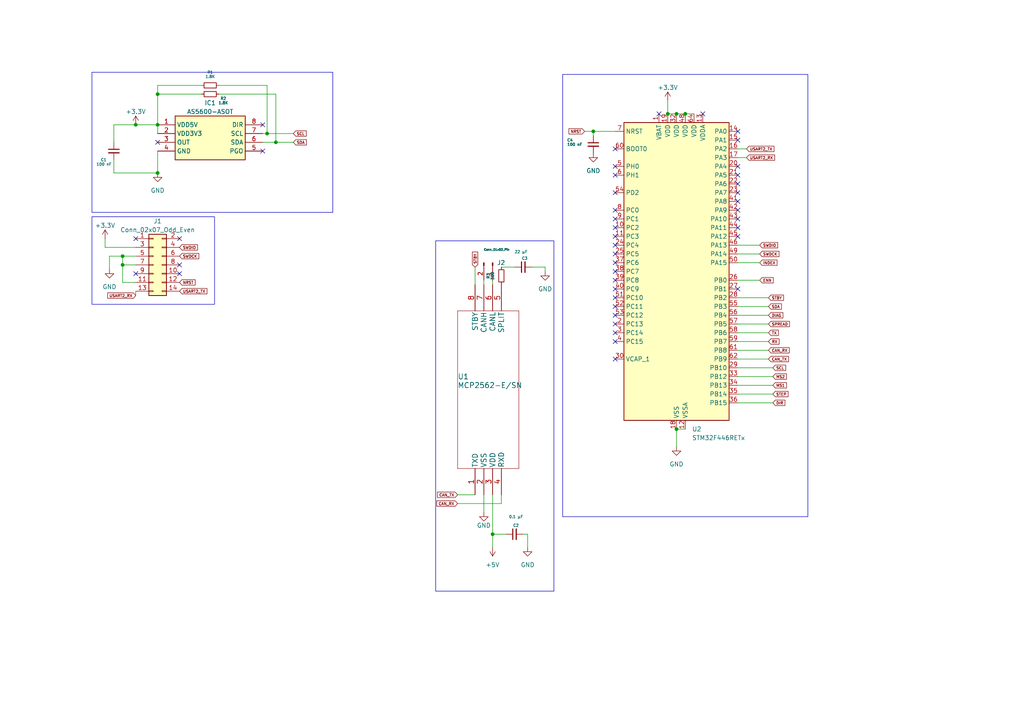
<source format=kicad_sch>
(kicad_sch (version 20230121) (generator eeschema)
  (paper "A4")
  (lib_symbols
    (symbol "AS5600:AS5600-ASOT"
      (property "Reference" "IC" (at 26.67 7.62 0))
      (property "Value" "AS5600-ASOT" (at 26.67 5.08 0))
      (symbol "AS5600-ASOT_1_1"
        (rectangle (start 5.08 2.54) (end 25.4 -10.16) (stroke (width 0.254)) (fill (type background)))
        (pin passive line (at 0 0 0) (length 5.08) (name "VDD5V") (number "1"))
        (pin passive line (at 0 -2.54 0) (length 5.08) (name "VDD3V3") (number "2"))
        (pin passive line (at 0 -5.08 0) (length 5.08) (name "OUT") (number "3"))
        (pin passive line (at 0 -7.62 0) (length 5.08) (name "GND") (number "4"))
        (pin passive line (at 30.48 -7.62 180) (length 5.08) (name "PGO") (number "5"))
        (pin passive line (at 30.48 -5.08 180) (length 5.08) (name "SDA") (number "6"))
        (pin passive line (at 30.48 -2.54 180) (length 5.08) (name "SCL") (number "7"))
        (pin passive line (at 30.48 0 180) (length 5.08) (name "DIR") (number "8"))
      )
    )
    (symbol "Connector:Conn_01x02_Pin" (pin_names (offset 1.016) hide)
      (property "Reference" "J" (at 0 2.54 0))
      (property "Value" "Conn_01x02_Pin" (at 0 -5.08 0))
      (symbol "Conn_01x02_Pin_1_1"
        (polyline (pts (xy 1.27 -2.54) (xy 0.8636 -2.54)) (stroke (width 0.1524)))
        (polyline (pts (xy 1.27 0) (xy 0.8636 0)) (stroke (width 0.1524)))
        (rectangle (start 0.8636 -2.413) (end 0 -2.667) (stroke (width 0.1524)) (fill (type outline)))
        (rectangle (start 0.8636 0.127) (end 0 -0.127) (stroke (width 0.1524)) (fill (type outline)))
        (pin passive line (at 5.08 0 180) (length 3.81) (name "Pin_1") (number "1"))
        (pin passive line (at 5.08 -2.54 180) (length 3.81) (name "Pin_2") (number "2"))
      )
    )
    (symbol "Connector_Generic:Conn_02x07_Odd_Even" (pin_names (offset 1.016) hide)
      (property "Reference" "J" (at 1.27 10.16 0))
      (property "Value" "Conn_02x07_Odd_Even" (at 1.27 -10.16 0))
      (symbol "Conn_02x07_Odd_Even_1_1"
        (rectangle (start -1.27 -7.493) (end 0 -7.747) (stroke (width 0.1524)))
        (rectangle (start -1.27 -4.953) (end 0 -5.207) (stroke (width 0.1524)))
        (rectangle (start -1.27 -2.413) (end 0 -2.667) (stroke (width 0.1524)))
        (rectangle (start -1.27 0.127) (end 0 -0.127) (stroke (width 0.1524)))
        (rectangle (start -1.27 2.667) (end 0 2.413) (stroke (width 0.1524)))
        (rectangle (start -1.27 5.207) (end 0 4.953) (stroke (width 0.1524)))
        (rectangle (start -1.27 7.747) (end 0 7.493) (stroke (width 0.1524)))
        (rectangle (start -1.27 8.89) (end 3.81 -8.89) (stroke (width 0.254)) (fill (type background)))
        (rectangle (start 3.81 -7.493) (end 2.54 -7.747) (stroke (width 0.1524)))
        (rectangle (start 3.81 -4.953) (end 2.54 -5.207) (stroke (width 0.1524)))
        (rectangle (start 3.81 -2.413) (end 2.54 -2.667) (stroke (width 0.1524)))
        (rectangle (start 3.81 0.127) (end 2.54 -0.127) (stroke (width 0.1524)))
        (rectangle (start 3.81 2.667) (end 2.54 2.413) (stroke (width 0.1524)))
        (rectangle (start 3.81 5.207) (end 2.54 4.953) (stroke (width 0.1524)))
        (rectangle (start 3.81 7.747) (end 2.54 7.493) (stroke (width 0.1524)))
        (pin passive line (at -5.08 7.62 0) (length 3.81) (name "Pin_1") (number "1"))
        (pin passive line (at 7.62 -2.54 180) (length 3.81) (name "Pin_10") (number "10"))
        (pin passive line (at -5.08 -5.08 0) (length 3.81) (name "Pin_11") (number "11"))
        (pin passive line (at 7.62 -5.08 180) (length 3.81) (name "Pin_12") (number "12"))
        (pin passive line (at -5.08 -7.62 0) (length 3.81) (name "Pin_13") (number "13"))
        (pin passive line (at 7.62 -7.62 180) (length 3.81) (name "Pin_14") (number "14"))
        (pin passive line (at 7.62 7.62 180) (length 3.81) (name "Pin_2") (number "2"))
        (pin passive line (at -5.08 5.08 0) (length 3.81) (name "Pin_3") (number "3"))
        (pin passive line (at 7.62 5.08 180) (length 3.81) (name "Pin_4") (number "4"))
        (pin passive line (at -5.08 2.54 0) (length 3.81) (name "Pin_5") (number "5"))
        (pin passive line (at 7.62 2.54 180) (length 3.81) (name "Pin_6") (number "6"))
        (pin passive line (at -5.08 0 0) (length 3.81) (name "Pin_7") (number "7"))
        (pin passive line (at 7.62 0 180) (length 3.81) (name "Pin_8") (number "8"))
        (pin passive line (at -5.08 -2.54 0) (length 3.81) (name "Pin_9") (number "9"))
      )
    )
    (symbol "Device:C_Small" (pin_numbers hide) (pin_names (offset 0.254) hide)
      (property "Reference" "C" (at 0.254 1.778 0))
      (property "Value" "C_Small" (at 0.254 -2.032 0))
      (symbol "C_Small_0_1"
        (polyline (pts (xy -1.524 -0.508) (xy 1.524 -0.508)) (stroke (width 0.3302)))
        (polyline (pts (xy -1.524 0.508) (xy 1.524 0.508)) (stroke (width 0.3048)))
      )
      (symbol "C_Small_1_1"
        (pin passive line (at 0 2.54 270) (length 2.032) (name "~") (number "1"))
        (pin passive line (at 0 -2.54 90) (length 2.032) (name "~") (number "2"))
      )
    )
    (symbol "Device:R_Small" (pin_numbers hide) (pin_names (offset 0.254) hide)
      (property "Reference" "R" (at 0.762 0.508 0))
      (property "Value" "R_Small" (at 0.762 -1.016 0))
      (symbol "R_Small_0_1"
        (rectangle (start -0.762 1.778) (end 0.762 -1.778) (stroke (width 0.2032)))
      )
      (symbol "R_Small_1_1"
        (pin passive line (at 0 2.54 270) (length 0.762) (name "~") (number "1"))
        (pin passive line (at 0 -2.54 90) (length 0.762) (name "~") (number "2"))
      )
    )
    (symbol "MCP2562-E/SN:MCP2562-E/SN" (pin_names (offset 0.254))
      (property "Reference" "U3" (at 34.29 5.08 90))
      (property "Value" "MCP2562-E/SN" (at 31.75 5.08 90))
      (symbol "MCP2562-E/SN_1_1"
        (polyline (pts (xy 7.62 -12.7) (xy 53.34 -12.7)) (stroke (width 0.127)))
        (polyline (pts (xy 7.62 5.08) (xy 7.62 -12.7)) (stroke (width 0.127)))
        (polyline (pts (xy 53.34 -12.7) (xy 53.34 5.08)) (stroke (width 0.127)))
        (polyline (pts (xy 53.34 5.08) (xy 7.62 5.08)) (stroke (width 0.127)))
        (pin input line (at 0 0 0) (length 7.62) (name "TXD") (number "1"))
        (pin power_in line (at 0 -2.54 0) (length 7.62) (name "VSS") (number "2"))
        (pin power_in line (at 0 -5.08 0) (length 7.62) (name "VDD") (number "3"))
        (pin output line (at 0 -7.62 0) (length 7.62) (name "RXD") (number "4"))
        (pin unspecified line (at 60.96 -7.62 180) (length 7.62) (name "SPLIT") (number "5"))
        (pin bidirectional line (at 60.96 -5.08 180) (length 7.62) (name "CANL") (number "6"))
        (pin bidirectional line (at 60.96 -2.54 180) (length 7.62) (name "CANH") (number "7"))
        (pin input line (at 60.96 0 180) (length 7.62) (name "STBY") (number "8"))
      )
    )
    (symbol "MCU_ST_STM32F4:STM32F446RETx"
      (property "Reference" "U" (at -15.24 44.45 0))
      (property "Value" "STM32F446RETx" (at 10.16 44.45 0))
      (symbol "STM32F446RETx_0_1"
        (rectangle (start -15.24 -43.18) (end 15.24 43.18) (stroke (width 0.254)) (fill (type background)))
      )
      (symbol "STM32F446RETx_1_1"
        (pin power_in line (at -5.08 45.72 270) (length 2.54) (name "VBAT") (number "1"))
        (pin bidirectional line (at -17.78 12.7 0) (length 2.54) (name "PC2") (number "10"))
        (pin bidirectional line (at -17.78 10.16 0) (length 2.54) (name "PC3") (number "11"))
        (pin power_in line (at 2.54 -45.72 90) (length 2.54) (name "VSSA") (number "12"))
        (pin power_in line (at 7.62 45.72 270) (length 2.54) (name "VDDA") (number "13"))
        (pin bidirectional line (at 17.78 40.64 180) (length 2.54) (name "PA0") (number "14"))
        (pin bidirectional line (at 17.78 38.1 180) (length 2.54) (name "PA1") (number "15"))
        (pin bidirectional line (at 17.78 35.56 180) (length 2.54) (name "PA2") (number "16"))
        (pin bidirectional line (at 17.78 33.02 180) (length 2.54) (name "PA3") (number "17"))
        (pin power_in line (at 0 -45.72 90) (length 2.54) (name "VSS") (number "18"))
        (pin power_in line (at -2.54 45.72 270) (length 2.54) (name "VDD") (number "19"))
        (pin bidirectional line (at -17.78 -15.24 0) (length 2.54) (name "PC13") (number "2"))
        (pin bidirectional line (at 17.78 30.48 180) (length 2.54) (name "PA4") (number "20"))
        (pin bidirectional line (at 17.78 27.94 180) (length 2.54) (name "PA5") (number "21"))
        (pin bidirectional line (at 17.78 25.4 180) (length 2.54) (name "PA6") (number "22"))
        (pin bidirectional line (at 17.78 22.86 180) (length 2.54) (name "PA7") (number "23"))
        (pin bidirectional line (at -17.78 7.62 0) (length 2.54) (name "PC4") (number "24"))
        (pin bidirectional line (at -17.78 5.08 0) (length 2.54) (name "PC5") (number "25"))
        (pin bidirectional line (at 17.78 -2.54 180) (length 2.54) (name "PB0") (number "26"))
        (pin bidirectional line (at 17.78 -5.08 180) (length 2.54) (name "PB1") (number "27"))
        (pin bidirectional line (at 17.78 -7.62 180) (length 2.54) (name "PB2") (number "28"))
        (pin bidirectional line (at 17.78 -27.94 180) (length 2.54) (name "PB10") (number "29"))
        (pin bidirectional line (at -17.78 -17.78 0) (length 2.54) (name "PC14") (number "3"))
        (pin power_out line (at -17.78 -25.4 0) (length 2.54) (name "VCAP_1") (number "30"))
        (pin passive line (at 0 -45.72 90) (length 2.54) hide (name "VSS") (number "31"))
        (pin power_in line (at 0 45.72 270) (length 2.54) (name "VDD") (number "32"))
        (pin bidirectional line (at 17.78 -30.48 180) (length 2.54) (name "PB12") (number "33"))
        (pin bidirectional line (at 17.78 -33.02 180) (length 2.54) (name "PB13") (number "34"))
        (pin bidirectional line (at 17.78 -35.56 180) (length 2.54) (name "PB14") (number "35"))
        (pin bidirectional line (at 17.78 -38.1 180) (length 2.54) (name "PB15") (number "36"))
        (pin bidirectional line (at -17.78 2.54 0) (length 2.54) (name "PC6") (number "37"))
        (pin bidirectional line (at -17.78 0 0) (length 2.54) (name "PC7") (number "38"))
        (pin bidirectional line (at -17.78 -2.54 0) (length 2.54) (name "PC8") (number "39"))
        (pin bidirectional line (at -17.78 -20.32 0) (length 2.54) (name "PC15") (number "4"))
        (pin bidirectional line (at -17.78 -5.08 0) (length 2.54) (name "PC9") (number "40"))
        (pin bidirectional line (at 17.78 20.32 180) (length 2.54) (name "PA8") (number "41"))
        (pin bidirectional line (at 17.78 17.78 180) (length 2.54) (name "PA9") (number "42"))
        (pin bidirectional line (at 17.78 15.24 180) (length 2.54) (name "PA10") (number "43"))
        (pin bidirectional line (at 17.78 12.7 180) (length 2.54) (name "PA11") (number "44"))
        (pin bidirectional line (at 17.78 10.16 180) (length 2.54) (name "PA12") (number "45"))
        (pin bidirectional line (at 17.78 7.62 180) (length 2.54) (name "PA13") (number "46"))
        (pin passive line (at 0 -45.72 90) (length 2.54) hide (name "VSS") (number "47"))
        (pin power_in line (at 2.54 45.72 270) (length 2.54) (name "VDD") (number "48"))
        (pin bidirectional line (at 17.78 5.08 180) (length 2.54) (name "PA14") (number "49"))
        (pin bidirectional line (at -17.78 30.48 0) (length 2.54) (name "PH0") (number "5"))
        (pin bidirectional line (at 17.78 2.54 180) (length 2.54) (name "PA15") (number "50"))
        (pin bidirectional line (at -17.78 -7.62 0) (length 2.54) (name "PC10") (number "51"))
        (pin bidirectional line (at -17.78 -10.16 0) (length 2.54) (name "PC11") (number "52"))
        (pin bidirectional line (at -17.78 -12.7 0) (length 2.54) (name "PC12") (number "53"))
        (pin bidirectional line (at -17.78 22.86 0) (length 2.54) (name "PD2") (number "54"))
        (pin bidirectional line (at 17.78 -10.16 180) (length 2.54) (name "PB3") (number "55"))
        (pin bidirectional line (at 17.78 -12.7 180) (length 2.54) (name "PB4") (number "56"))
        (pin bidirectional line (at 17.78 -15.24 180) (length 2.54) (name "PB5") (number "57"))
        (pin bidirectional line (at 17.78 -17.78 180) (length 2.54) (name "PB6") (number "58"))
        (pin bidirectional line (at 17.78 -20.32 180) (length 2.54) (name "PB7") (number "59"))
        (pin bidirectional line (at -17.78 27.94 0) (length 2.54) (name "PH1") (number "6"))
        (pin input line (at -17.78 35.56 0) (length 2.54) (name "BOOT0") (number "60"))
        (pin bidirectional line (at 17.78 -22.86 180) (length 2.54) (name "PB8") (number "61"))
        (pin bidirectional line (at 17.78 -25.4 180) (length 2.54) (name "PB9") (number "62"))
        (pin passive line (at 0 -45.72 90) (length 2.54) hide (name "VSS") (number "63"))
        (pin power_in line (at 5.08 45.72 270) (length 2.54) (name "VDD") (number "64"))
        (pin input line (at -17.78 40.64 0) (length 2.54) (name "NRST") (number "7"))
        (pin bidirectional line (at -17.78 17.78 0) (length 2.54) (name "PC0") (number "8"))
        (pin bidirectional line (at -17.78 15.24 0) (length 2.54) (name "PC1") (number "9"))
      )
    )
    (symbol "power:+3.3V" (power) (pin_names (offset 0))
      (property "Value" "+3.3V" (at 0 3.556 0))
      (symbol "+3.3V_0_1"
        (polyline (pts (xy -0.762 1.27) (xy 0 2.54)))
        (polyline (pts (xy 0 0) (xy 0 2.54)))
        (polyline (pts (xy 0 2.54) (xy 0.762 1.27)))
      )
      (symbol "+3.3V_1_1"
        (pin power_in line (at 0 0 90) (length 0) hide (name "+3.3V") (number "1"))
      )
    )
    (symbol "power:+5V" (power) (pin_names (offset 0))
      (property "Value" "+5V" (at 0 3.556 0))
      (symbol "+5V_0_1"
        (polyline (pts (xy -0.762 1.27) (xy 0 2.54)))
        (polyline (pts (xy 0 0) (xy 0 2.54)))
        (polyline (pts (xy 0 2.54) (xy 0.762 1.27)))
      )
      (symbol "+5V_1_1"
        (pin power_in line (at 0 0 90) (length 0) hide (name "+5V") (number "1"))
      )
    )
    (symbol "power:GND" (power) (pin_names (offset 0))
      (property "Value" "GND" (at 0 -3.81 0))
      (symbol "GND_0_1"
        (polyline (pts (xy 0 0) (xy 0 -1.27) (xy 1.27 -1.27) (xy 0 -2.54) (xy -1.27 -1.27) (xy 0 -1.27)))
      )
      (symbol "GND_1_1"
        (pin power_in line (at 0 0 270) (length 0) hide (name "GND") (number "1"))
      )
    )
  )
  (junction (at 35.56 76.835))
  (junction (at 45.72 27.305))
  (junction (at 142.875 154.94))
  (junction (at 45.72 36.195))
  (junction (at 80.01 41.275))
  (junction (at 77.47 38.735))
  (junction (at 196.215 124.46))
  (junction (at 196.215 33.02))
  (junction (at 35.56 74.295))
  (junction (at 172.085 38.1))
  (junction (at 45.72 50.165))
  (junction (at 198.755 33.02))
  (junction (at 193.675 33.02))
  (junction (at 39.37 36.195))
  (no_connect (at 213.995 55.88))
  (no_connect (at 45.72 41.275))
  (no_connect (at 178.435 63.5))
  (no_connect (at 76.2 43.815))
  (no_connect (at 178.435 73.66))
  (no_connect (at 213.995 63.5))
  (no_connect (at 39.37 69.215))
  (no_connect (at 39.37 79.375))
  (no_connect (at 52.07 79.375))
  (no_connect (at 178.435 99.06))
  (no_connect (at 178.435 83.82))
  (no_connect (at 213.995 48.26))
  (no_connect (at 178.435 66.04))
  (no_connect (at 52.07 76.835))
  (no_connect (at 213.995 60.96))
  (no_connect (at 203.835 33.02))
  (no_connect (at 178.435 93.98))
  (no_connect (at 178.435 48.26))
  (no_connect (at 178.435 86.36))
  (no_connect (at 76.2 36.195))
  (no_connect (at 178.435 71.12))
  (no_connect (at 213.995 83.82))
  (no_connect (at 178.435 55.88))
  (no_connect (at 178.435 91.44))
  (no_connect (at 213.995 58.42))
  (no_connect (at 178.435 68.58))
  (no_connect (at 178.435 50.8))
  (no_connect (at 52.07 69.215))
  (no_connect (at 178.435 88.9))
  (no_connect (at 178.435 96.52))
  (no_connect (at 191.135 33.02))
  (no_connect (at 178.435 43.18))
  (no_connect (at 178.435 104.14))
  (no_connect (at 213.995 66.04))
  (no_connect (at 213.995 40.64))
  (no_connect (at 178.435 78.74))
  (no_connect (at 213.995 68.58))
  (no_connect (at 178.435 81.28))
  (no_connect (at 213.995 53.34))
  (no_connect (at 178.435 76.2))
  (no_connect (at 178.435 60.96))
  (no_connect (at 213.995 38.1))
  (no_connect (at 213.995 50.8))
  (wire (pts (xy 213.995 88.9) (xy 222.885 88.9)))
  (wire (pts (xy 153.035 154.94) (xy 153.035 158.75)))
  (wire (pts (xy 142.875 154.94) (xy 146.685 154.94)))
  (wire (pts (xy 77.47 24.765) (xy 77.47 38.735)))
  (wire (pts (xy 142.875 154.94) (xy 142.875 158.75)))
  (wire (pts (xy 45.72 24.765) (xy 58.42 24.765)))
  (wire (pts (xy 196.215 124.46) (xy 198.755 124.46)))
  (wire (pts (xy 213.995 71.12) (xy 220.345 71.12)))
  (wire (pts (xy 145.415 146.05) (xy 145.415 143.51)))
  (wire (pts (xy 45.72 36.195) (xy 39.37 36.195)))
  (wire (pts (xy 35.56 81.915) (xy 39.37 81.915)))
  (wire (pts (xy 193.675 29.21) (xy 193.675 33.02)))
  (wire (pts (xy 172.085 38.1) (xy 178.435 38.1)))
  (wire (pts (xy 193.675 33.02) (xy 196.215 33.02)))
  (wire (pts (xy 213.995 93.98) (xy 222.885 93.98)))
  (wire (pts (xy 39.37 71.755) (xy 30.48 71.755)))
  (wire (pts (xy 45.72 27.305) (xy 58.42 27.305)))
  (wire (pts (xy 213.995 101.6) (xy 222.885 101.6)))
  (wire (pts (xy 137.795 77.47) (xy 137.795 82.55)))
  (wire (pts (xy 33.02 36.195) (xy 33.02 41.275)))
  (wire (pts (xy 213.995 45.72) (xy 216.535 45.72)))
  (wire (pts (xy 39.37 74.295) (xy 35.56 74.295)))
  (wire (pts (xy 77.47 38.735) (xy 85.09 38.735)))
  (wire (pts (xy 140.335 148.59) (xy 140.335 143.51)))
  (wire (pts (xy 142.875 81.28) (xy 142.875 82.55)))
  (wire (pts (xy 213.995 116.84) (xy 224.155 116.84)))
  (wire (pts (xy 198.755 33.02) (xy 201.295 33.02)))
  (wire (pts (xy 132.715 146.05) (xy 145.415 146.05)))
  (wire (pts (xy 33.02 50.165) (xy 45.72 50.165)))
  (wire (pts (xy 35.56 74.295) (xy 35.56 76.835)))
  (wire (pts (xy 140.335 81.28) (xy 140.335 82.55)))
  (wire (pts (xy 196.215 124.46) (xy 196.215 129.54)))
  (wire (pts (xy 224.155 111.76) (xy 213.995 111.76)))
  (wire (pts (xy 172.085 38.1) (xy 172.085 39.37)))
  (wire (pts (xy 76.2 41.275) (xy 80.01 41.275)))
  (wire (pts (xy 63.5 27.305) (xy 80.01 27.305)))
  (wire (pts (xy 142.875 143.51) (xy 142.875 154.94)))
  (wire (pts (xy 220.345 81.28) (xy 213.995 81.28)))
  (wire (pts (xy 213.995 73.66) (xy 220.345 73.66)))
  (wire (pts (xy 45.72 27.305) (xy 45.72 24.765)))
  (wire (pts (xy 154.305 77.47) (xy 158.115 77.47)))
  (wire (pts (xy 80.01 41.275) (xy 80.01 27.305)))
  (wire (pts (xy 132.715 143.51) (xy 137.795 143.51)))
  (wire (pts (xy 224.155 109.22) (xy 213.995 109.22)))
  (wire (pts (xy 31.75 74.295) (xy 31.75 78.105)))
  (wire (pts (xy 213.995 76.2) (xy 220.345 76.2)))
  (wire (pts (xy 213.995 86.36) (xy 222.885 86.36)))
  (wire (pts (xy 63.5 24.765) (xy 77.47 24.765)))
  (wire (pts (xy 35.56 74.295) (xy 31.75 74.295)))
  (wire (pts (xy 33.02 46.355) (xy 33.02 50.165)))
  (wire (pts (xy 35.56 76.835) (xy 39.37 76.835)))
  (wire (pts (xy 76.2 38.735) (xy 77.47 38.735)))
  (wire (pts (xy 39.37 36.195) (xy 33.02 36.195)))
  (wire (pts (xy 213.995 91.44) (xy 222.885 91.44)))
  (wire (pts (xy 45.72 36.195) (xy 45.72 27.305)))
  (wire (pts (xy 145.415 77.47) (xy 149.225 77.47)))
  (wire (pts (xy 45.72 36.195) (xy 45.72 38.735)))
  (wire (pts (xy 45.72 43.815) (xy 45.72 50.165)))
  (wire (pts (xy 158.115 77.47) (xy 158.115 78.74)))
  (wire (pts (xy 80.01 41.275) (xy 85.09 41.275)))
  (wire (pts (xy 196.215 33.02) (xy 198.755 33.02)))
  (wire (pts (xy 30.48 71.755) (xy 30.48 69.215)))
  (wire (pts (xy 35.56 76.835) (xy 35.56 81.915)))
  (wire (pts (xy 213.995 96.52) (xy 222.885 96.52)))
  (wire (pts (xy 39.37 85.725) (xy 39.37 84.455)))
  (wire (pts (xy 213.995 43.18) (xy 216.535 43.18)))
  (wire (pts (xy 213.995 104.14) (xy 222.885 104.14)))
  (wire (pts (xy 169.545 38.1) (xy 172.085 38.1)))
  (wire (pts (xy 213.995 106.68) (xy 224.155 106.68)))
  (wire (pts (xy 213.995 114.3) (xy 224.155 114.3)))
  (wire (pts (xy 213.995 99.06) (xy 222.885 99.06)))
  (wire (pts (xy 151.765 154.94) (xy 153.035 154.94)))
  (rectangle (start 26.67 62.865) (end 62.23 88.265))
  (rectangle (start 26.67 20.955) (end 96.52 61.595))
  (rectangle (start 126.365 69.85) (end 160.655 171.45))
  (rectangle (start 163.195 21.59) (end 234.315 149.86))
  (global_label "CAN_TX" (shape input) (at 222.885 104.14 0) (effects (font (size 0.8 0.8))) (property "Intersheetrefs" "${INTERSHEET_REFS}" (effects hide)))
  (global_label "RX" (shape input) (at 222.885 99.06 0) (effects (font (size 0.8 0.8))) (property "Intersheetrefs" "${INTERSHEET_REFS}" (effects hide)))
  (global_label "SPREAD" (shape input) (at 222.885 93.98 0) (effects (font (size 0.8 0.8))) (property "Intersheetrefs" "${INTERSHEET_REFS}" (effects hide)))
  (global_label "USART2_RX" (shape input) (at 216.535 45.72 0) (effects (font (size 0.8 0.8))) (property "Intersheetrefs" "${INTERSHEET_REFS}" (effects hide)))
  (global_label "STEP" (shape input) (at 224.155 114.3 0) (effects (font (size 0.8 0.8))) (property "Intersheetrefs" "${INTERSHEET_REFS}" (effects hide)))
  (global_label "MS2" (shape input) (at 224.155 109.22 0) (effects (font (size 0.8 0.8))) (property "Intersheetrefs" "${INTERSHEET_REFS}" (effects hide)))
  (global_label "USART2_RX" (shape input) (at 39.37 85.725 180) (effects (font (size 0.8 0.8))) (property "Intersheetrefs" "${INTERSHEET_REFS}" (effects hide)))
  (global_label "CAN_RX" (shape input) (at 222.885 101.6 0) (effects (font (size 0.8 0.8))) (property "Intersheetrefs" "${INTERSHEET_REFS}" (effects hide)))
  (global_label "DIR" (shape input) (at 224.155 116.84 0) (effects (font (size 0.8 0.8))) (property "Intersheetrefs" "${INTERSHEET_REFS}" (effects hide)))
  (global_label "SWDCK" (shape input) (at 52.07 74.295 0) (effects (font (size 0.8 0.8))) (property "Intersheetrefs" "${INTERSHEET_REFS}" (effects hide)))
  (global_label "CAN_RX" (shape input) (at 132.715 146.05 180) (effects (font (size 0.8 0.8))) (property "Intersheetrefs" "${INTERSHEET_REFS}" (effects hide)))
  (global_label "CAN_TX" (shape input) (at 132.715 143.51 180) (effects (font (size 0.8 0.8))) (property "Intersheetrefs" "${INTERSHEET_REFS}" (effects hide)))
  (global_label "SWDCK" (shape input) (at 220.345 73.66 0) (effects (font (size 0.8 0.8))) (property "Intersheetrefs" "${INTERSHEET_REFS}" (effects hide)))
  (global_label "SWDIO" (shape input) (at 52.07 71.755 0) (effects (font (size 0.8 0.8))) (property "Intersheetrefs" "${INTERSHEET_REFS}" (effects hide)))
  (global_label "NRST" (shape input) (at 52.07 81.915 0) (effects (font (size 0.8 0.8))) (property "Intersheetrefs" "${INTERSHEET_REFS}" (effects hide)))
  (global_label "MS1" (shape input) (at 224.155 111.76 0) (effects (font (size 0.8 0.8))) (property "Intersheetrefs" "${INTERSHEET_REFS}" (effects hide)))
  (global_label "STBY" (shape input) (at 222.885 86.36 0) (effects (font (size 0.8 0.8))) (property "Intersheetrefs" "${INTERSHEET_REFS}" (effects hide)))
  (global_label "TX" (shape input) (at 222.885 96.52 0) (effects (font (size 0.8 0.8))) (property "Intersheetrefs" "${INTERSHEET_REFS}" (effects hide)))
  (global_label "SCL" (shape input) (at 224.155 106.68 0) (effects (font (size 0.8 0.8))) (property "Intersheetrefs" "${INTERSHEET_REFS}" (effects hide)))
  (global_label "STBY" (shape input) (at 137.795 77.47 90) (effects (font (size 0.8 0.8))) (property "Intersheetrefs" "${INTERSHEET_REFS}" (effects hide)))
  (global_label "NRST" (shape input) (at 169.545 38.1 180) (effects (font (size 0.8 0.8))) (property "Intersheetrefs" "${INTERSHEET_REFS}" (effects hide)))
  (global_label "USART2_TX" (shape input) (at 216.535 43.18 0) (effects (font (size 0.8 0.8))) (property "Intersheetrefs" "${INTERSHEET_REFS}" (effects hide)))
  (global_label "USART2_TX" (shape input) (at 52.07 84.455 0) (effects (font (size 0.8 0.8))) (property "Intersheetrefs" "${INTERSHEET_REFS}" (effects hide)))
  (global_label "SDA" (shape input) (at 222.885 88.9 0) (effects (font (size 0.8 0.8))) (property "Intersheetrefs" "${INTERSHEET_REFS}" (effects hide)))
  (global_label "DIAG" (shape input) (at 222.885 91.44 0) (effects (font (size 0.8 0.8))) (property "Intersheetrefs" "${INTERSHEET_REFS}" (effects hide)))
  (global_label "SWDIO" (shape input) (at 220.345 71.12 0) (effects (font (size 0.8 0.8))) (property "Intersheetrefs" "${INTERSHEET_REFS}" (effects hide)))
  (global_label "ENN" (shape input) (at 220.345 81.28 0) (effects (font (size 0.8 0.8))) (property "Intersheetrefs" "${INTERSHEET_REFS}" (effects hide)))
  (global_label "INDEX" (shape input) (at 220.345 76.2 0) (effects (font (size 0.8 0.8))) (property "Intersheetrefs" "${INTERSHEET_REFS}" (effects hide)))
  (global_label "SCL" (shape input) (at 85.09 38.735 0) (effects (font (size 0.8 0.8))) (property "Intersheetrefs" "${INTERSHEET_REFS}" (effects hide)))
  (global_label "SDA" (shape input) (at 85.09 41.275 0) (effects (font (size 0.8 0.8))) (property "Intersheetrefs" "${INTERSHEET_REFS}" (effects hide)))
  (symbol (lib_id "power:+3.3V") (at 30.48 69.215 0) (unit 1)
    (property "Reference" "#PWR01" (effects hide))
    (property "Value" "+3.3V" (at 30.48 65.405 0))
  )
  (symbol (lib_id "AS5600:AS5600-ASOT") (at 45.72 36.195 0) (unit 1)
    (property "Reference" "IC1" (at 60.96 29.845 0))
    (property "Value" "AS5600-ASOT" (at 60.96 32.385 0))
    (property "Footprint" "AS5600:SOIC127P600X175-8N" (effects hide))
    (property "Datasheet" "https://datasheet.datasheetarchive.com/originals/distributors/DKDS-11/214624.pdf" (effects hide))
    (property "Height" "1.75" (effects hide))
    (property "Mouser Part Number" "985-AS5600-ASOT" (effects hide))
    (property "Mouser Price/Stock" "https://www.mouser.co.uk/ProductDetail/ams/AS5600-ASOT?qs=KTMMzrZdriGJpjhsnAEYBA%3D%3D" (effects hide))
    (property "Manufacturer_Name" "ams" (effects hide))
    (property "Manufacturer_Part_Number" "AS5600-ASOT" (effects hide))
  )
  (symbol (lib_id "power:GND") (at 158.115 78.74 0) (unit 1)
    (property "Reference" "#PWR08" (effects hide))
    (property "Value" "GND" (at 158.115 83.82 0))
  )
  (symbol (lib_id "power:+3.3V") (at 193.675 29.21 0) (unit 1)
    (property "Reference" "#PWR010" (effects hide))
    (property "Value" "+3.3V" (at 193.675 25.4 0))
  )
  (symbol (lib_id "Device:R_Small") (at 60.96 24.765 90) (unit 1)
    (property "Reference" "R1" (at 60.96 20.955 90) (effects (font (size 0.8 0.8))))
    (property "Value" "1.8K" (at 60.96 22.225 90) (effects (font (size 0.8 0.8))))
    (property "Footprint" "Resistor_SMD:R_0603_1608Metric_Pad0.98x0.95mm_HandSolder" (effects hide))
  )
  (symbol (lib_id "MCP2562-E/SN:MCP2562-E/SN") (at 137.795 143.51 90) (unit 1)
    (property "Reference" "U1" (at 132.715 109.22 90) (effects (font (size 1.524 1.524)) (justify right)))
    (property "Value" "MCP2562-E/SN" (at 132.715 111.76 90) (effects (font (size 1.524 1.524)) (justify right)))
    (property "Footprint" "MCP2562-E/SN:MCP2562-E&slash_SN" (effects hide))
  )
  (symbol (lib_id "power:GND") (at 172.085 44.45 0) (unit 1)
    (property "Reference" "#PWR09" (effects hide))
    (property "Value" "GND" (at 172.085 49.53 0))
  )
  (symbol (lib_id "power:GND") (at 153.035 158.75 0) (unit 1)
    (property "Reference" "#PWR07" (effects hide))
    (property "Value" "GND" (at 153.035 163.83 0))
  )
  (symbol (lib_id "Device:C_Small") (at 149.225 154.94 90) (unit 1)
    (property "Reference" "C2" (at 150.495 152.4 90) (effects (font (size 0.8 0.8)) (justify left)))
    (property "Value" "0.1 µF" (at 151.765 149.86 90) (effects (font (size 0.8 0.8)) (justify left)))
    (property "Footprint" "Capacitor_SMD:C_0603_1608Metric_Pad1.08x0.95mm_HandSolder" (effects hide))
  )
  (symbol (lib_id "MCU_ST_STM32F4:STM32F446RETx") (at 196.215 78.74 0) (unit 1)
    (property "Reference" "U2" (at 200.7109 124.46 0) (effects (justify left)))
    (property "Value" "STM32F446RETx" (at 200.7109 127 0) (effects (justify left)))
    (property "Footprint" "Package_QFP:LQFP-64_10x10mm_P0.5mm" (effects hide))
    (property "Datasheet" "https://www.st.com/resource/en/datasheet/stm32f446re.pdf" (effects hide))
  )
  (symbol (lib_id "power:+3.3V") (at 39.37 36.195 0) (unit 1)
    (property "Reference" "#PWR03" (effects hide))
    (property "Value" "+3.3V" (at 39.37 32.385 0))
  )
  (symbol (lib_id "Device:C_Small") (at 151.765 77.47 90) (unit 1)
    (property "Reference" "C3" (at 153.035 74.93 90) (effects (font (size 0.8 0.8)) (justify left)))
    (property "Value" "22 µF" (at 153.035 73.0313 90) (effects (font (size 0.8 0.8)) (justify left)))
    (property "Footprint" "Capacitor_SMD:C_2220_5650Metric_Pad1.97x5.40mm_HandSolder" (effects hide))
  )
  (symbol (lib_id "Connector:Conn_01x02_Pin") (at 142.875 76.2 270) (unit 1)
    (property "Reference" "J2" (at 144.145 76.2 90) (effects (justify left)))
    (property "Value" "Conn_01x02_Pin" (at 140.335 72.39 90) (effects (font (size 0.6 0.6)) (justify left)))
    (property "Footprint" "Capacitor_SMD:C_2220_5650Metric_Pad1.97x5.40mm_HandSolder" (effects hide))
  )
  (symbol (lib_id "power:GND") (at 196.215 129.54 0) (unit 1)
    (property "Reference" "#PWR011" (effects hide))
    (property "Value" "GND" (at 196.215 134.62 0))
  )
  (symbol (lib_id "Device:R_Small") (at 60.96 27.305 90) (unit 1)
    (property "Reference" "R2" (at 64.77 28.575 90) (effects (font (size 0.8 0.8))))
    (property "Value" "1.8K" (at 64.77 29.845 90) (effects (font (size 0.8 0.8))))
    (property "Footprint" "Resistor_SMD:R_0603_1608Metric_Pad0.98x0.95mm_HandSolder" (effects hide))
  )
  (symbol (lib_id "Device:C_Small") (at 33.02 43.815 0) (unit 1)
    (property "Reference" "C1" (at 29.21 46.355 0) (effects (font (size 0.8 0.8)) (justify left)))
    (property "Value" "100 nF" (at 27.94 47.625 0) (effects (font (size 0.8 0.8)) (justify left)))
    (property "Footprint" "Capacitor_SMD:C_0603_1608Metric_Pad1.08x0.95mm_HandSolder" (effects hide))
  )
  (symbol (lib_id "power:GND") (at 140.335 148.59 0) (unit 1)
    (property "Reference" "#PWR05" (effects hide))
    (property "Value" "GND" (at 140.335 152.4 0))
  )
  (symbol (lib_id "power:GND") (at 45.72 50.165 0) (unit 1)
    (property "Reference" "#PWR04" (effects hide))
    (property "Value" "GND" (at 45.72 55.245 0))
  )
  (symbol (lib_id "Connector_Generic:Conn_02x07_Odd_Even") (at 44.45 76.835 0) (unit 1)
    (property "Reference" "J1" (at 45.72 64.135 0))
    (property "Value" "Conn_02x07_Odd_Even" (at 45.72 66.675 0))
    (property "Footprint" "Capacitor_SMD:C_0603_1608Metric_Pad1.08x0.95mm_HandSolder" (effects hide))
  )
  (symbol (lib_id "Device:R_Small") (at 145.415 80.01 180) (unit 1)
    (property "Reference" "R3" (at 141.605 80.01 90) (effects (font (size 0.8 0.8))))
    (property "Value" "300" (at 142.875 80.01 90) (effects (font (size 0.8 0.8))))
    (property "Footprint" "Resistor_SMD:R_0603_1608Metric_Pad0.98x0.95mm_HandSolder" (effects hide))
  )
  (symbol (lib_id "Device:C_Small") (at 172.085 41.91 0) (unit 1)
    (property "Reference" "C4" (at 164.465 40.64 0) (effects (font (size 0.8 0.8)) (justify left)))
    (property "Value" "100 nF" (at 164.465 41.91 0) (effects (font (size 0.8 0.8)) (justify left)))
    (property "Footprint" "Capacitor_SMD:C_0603_1608Metric_Pad1.08x0.95mm_HandSolder" (effects hide))
  )
  (symbol (lib_id "power:+5V") (at 142.875 158.75 180) (unit 1)
    (property "Reference" "#PWR06" (effects hide))
    (property "Value" "+5V" (at 142.875 163.83 0))
  )
  (symbol (lib_id "power:GND") (at 31.75 78.105 0) (unit 1)
    (property "Reference" "#PWR02" (effects hide))
    (property "Value" "GND" (at 31.75 83.185 0))
  )
)
</source>
